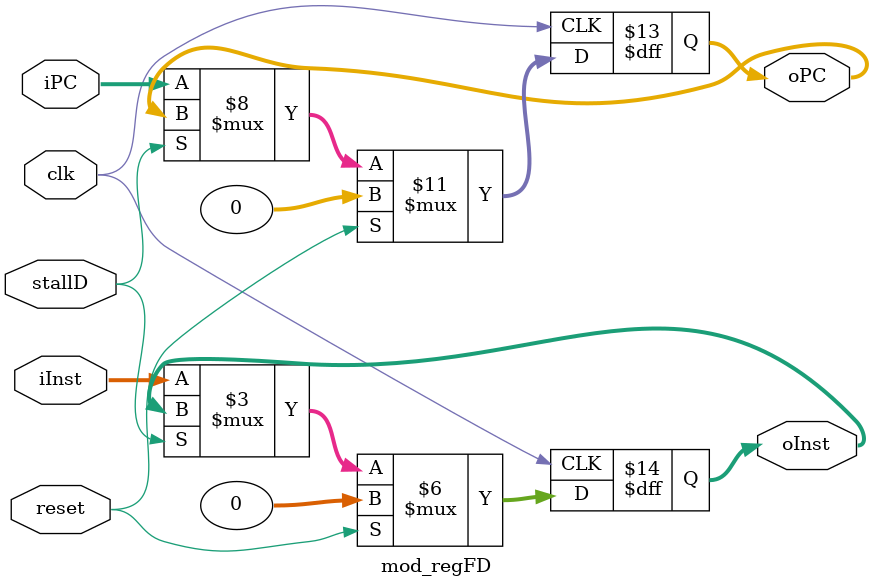
<source format=v>

`define D_levelNum 3'd0

module mod_regFD(input clk, input reset,
    input stallD,
    input [31:0] iPC  , output reg [31:0] oPC,
    input [31:0] iInst, output reg [31:0] oInst
);
    always @(posedge clk) begin
        if (reset) begin
            oPC   <= 0;
            oInst <= 0;
        end else
        if (!stallD) begin
            oPC   <= iPC;
            oInst <= iInst;
        end
    end
endmodule

</source>
